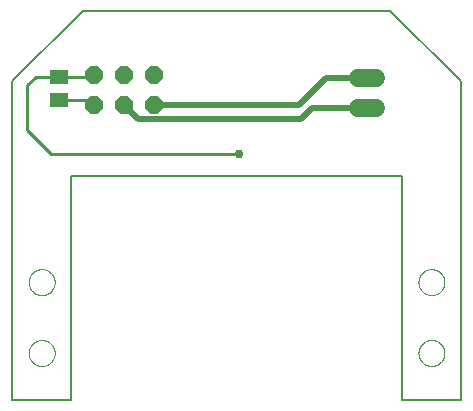
<source format=gtl>
G75*
%MOIN*%
%OFA0B0*%
%FSLAX25Y25*%
%IPPOS*%
%LPD*%
%AMOC8*
5,1,8,0,0,1.08239X$1,22.5*
%
%ADD10C,0.00600*%
%ADD11C,0.00000*%
%ADD12OC8,0.06000*%
%ADD13C,0.06000*%
%ADD14R,0.06299X0.05118*%
%ADD15C,0.02978*%
%ADD16C,0.01000*%
%ADD17C,0.02000*%
D10*
X0001300Y0017048D02*
X0001300Y0123347D01*
X0024922Y0146969D01*
X0127284Y0146969D01*
X0150906Y0123347D01*
X0150906Y0017048D01*
X0131221Y0017048D01*
X0131221Y0091851D01*
X0020985Y0091851D01*
X0020985Y0017048D01*
X0001300Y0017048D01*
D11*
X0006812Y0032796D02*
X0006814Y0032927D01*
X0006820Y0033059D01*
X0006830Y0033190D01*
X0006844Y0033321D01*
X0006862Y0033451D01*
X0006884Y0033580D01*
X0006909Y0033709D01*
X0006939Y0033837D01*
X0006973Y0033964D01*
X0007010Y0034091D01*
X0007051Y0034215D01*
X0007096Y0034339D01*
X0007145Y0034461D01*
X0007197Y0034582D01*
X0007253Y0034700D01*
X0007313Y0034818D01*
X0007376Y0034933D01*
X0007443Y0035046D01*
X0007513Y0035158D01*
X0007586Y0035267D01*
X0007662Y0035373D01*
X0007742Y0035478D01*
X0007825Y0035580D01*
X0007911Y0035679D01*
X0008000Y0035776D01*
X0008092Y0035870D01*
X0008187Y0035961D01*
X0008284Y0036050D01*
X0008384Y0036135D01*
X0008487Y0036217D01*
X0008592Y0036296D01*
X0008699Y0036372D01*
X0008809Y0036444D01*
X0008921Y0036513D01*
X0009035Y0036579D01*
X0009150Y0036641D01*
X0009268Y0036700D01*
X0009387Y0036755D01*
X0009508Y0036807D01*
X0009631Y0036854D01*
X0009755Y0036898D01*
X0009880Y0036939D01*
X0010006Y0036975D01*
X0010134Y0037008D01*
X0010262Y0037036D01*
X0010391Y0037061D01*
X0010521Y0037082D01*
X0010651Y0037099D01*
X0010782Y0037112D01*
X0010913Y0037121D01*
X0011044Y0037126D01*
X0011176Y0037127D01*
X0011307Y0037124D01*
X0011439Y0037117D01*
X0011570Y0037106D01*
X0011700Y0037091D01*
X0011830Y0037072D01*
X0011960Y0037049D01*
X0012088Y0037023D01*
X0012216Y0036992D01*
X0012343Y0036957D01*
X0012469Y0036919D01*
X0012593Y0036877D01*
X0012717Y0036831D01*
X0012838Y0036781D01*
X0012958Y0036728D01*
X0013077Y0036671D01*
X0013194Y0036611D01*
X0013308Y0036547D01*
X0013421Y0036479D01*
X0013532Y0036408D01*
X0013641Y0036334D01*
X0013747Y0036257D01*
X0013851Y0036176D01*
X0013952Y0036093D01*
X0014051Y0036006D01*
X0014147Y0035916D01*
X0014240Y0035823D01*
X0014331Y0035728D01*
X0014418Y0035630D01*
X0014503Y0035529D01*
X0014584Y0035426D01*
X0014662Y0035320D01*
X0014737Y0035212D01*
X0014809Y0035102D01*
X0014877Y0034990D01*
X0014942Y0034876D01*
X0015003Y0034759D01*
X0015061Y0034641D01*
X0015115Y0034521D01*
X0015166Y0034400D01*
X0015213Y0034277D01*
X0015256Y0034153D01*
X0015295Y0034028D01*
X0015331Y0033901D01*
X0015362Y0033773D01*
X0015390Y0033645D01*
X0015414Y0033516D01*
X0015434Y0033386D01*
X0015450Y0033255D01*
X0015462Y0033124D01*
X0015470Y0032993D01*
X0015474Y0032862D01*
X0015474Y0032730D01*
X0015470Y0032599D01*
X0015462Y0032468D01*
X0015450Y0032337D01*
X0015434Y0032206D01*
X0015414Y0032076D01*
X0015390Y0031947D01*
X0015362Y0031819D01*
X0015331Y0031691D01*
X0015295Y0031564D01*
X0015256Y0031439D01*
X0015213Y0031315D01*
X0015166Y0031192D01*
X0015115Y0031071D01*
X0015061Y0030951D01*
X0015003Y0030833D01*
X0014942Y0030716D01*
X0014877Y0030602D01*
X0014809Y0030490D01*
X0014737Y0030380D01*
X0014662Y0030272D01*
X0014584Y0030166D01*
X0014503Y0030063D01*
X0014418Y0029962D01*
X0014331Y0029864D01*
X0014240Y0029769D01*
X0014147Y0029676D01*
X0014051Y0029586D01*
X0013952Y0029499D01*
X0013851Y0029416D01*
X0013747Y0029335D01*
X0013641Y0029258D01*
X0013532Y0029184D01*
X0013421Y0029113D01*
X0013309Y0029045D01*
X0013194Y0028981D01*
X0013077Y0028921D01*
X0012958Y0028864D01*
X0012838Y0028811D01*
X0012717Y0028761D01*
X0012593Y0028715D01*
X0012469Y0028673D01*
X0012343Y0028635D01*
X0012216Y0028600D01*
X0012088Y0028569D01*
X0011960Y0028543D01*
X0011830Y0028520D01*
X0011700Y0028501D01*
X0011570Y0028486D01*
X0011439Y0028475D01*
X0011307Y0028468D01*
X0011176Y0028465D01*
X0011044Y0028466D01*
X0010913Y0028471D01*
X0010782Y0028480D01*
X0010651Y0028493D01*
X0010521Y0028510D01*
X0010391Y0028531D01*
X0010262Y0028556D01*
X0010134Y0028584D01*
X0010006Y0028617D01*
X0009880Y0028653D01*
X0009755Y0028694D01*
X0009631Y0028738D01*
X0009508Y0028785D01*
X0009387Y0028837D01*
X0009268Y0028892D01*
X0009150Y0028951D01*
X0009035Y0029013D01*
X0008921Y0029079D01*
X0008809Y0029148D01*
X0008699Y0029220D01*
X0008592Y0029296D01*
X0008487Y0029375D01*
X0008384Y0029457D01*
X0008284Y0029542D01*
X0008187Y0029631D01*
X0008092Y0029722D01*
X0008000Y0029816D01*
X0007911Y0029913D01*
X0007825Y0030012D01*
X0007742Y0030114D01*
X0007662Y0030219D01*
X0007586Y0030325D01*
X0007513Y0030434D01*
X0007443Y0030546D01*
X0007376Y0030659D01*
X0007313Y0030774D01*
X0007253Y0030892D01*
X0007197Y0031010D01*
X0007145Y0031131D01*
X0007096Y0031253D01*
X0007051Y0031377D01*
X0007010Y0031501D01*
X0006973Y0031628D01*
X0006939Y0031755D01*
X0006909Y0031883D01*
X0006884Y0032012D01*
X0006862Y0032141D01*
X0006844Y0032271D01*
X0006830Y0032402D01*
X0006820Y0032533D01*
X0006814Y0032665D01*
X0006812Y0032796D01*
X0006812Y0056418D02*
X0006814Y0056549D01*
X0006820Y0056681D01*
X0006830Y0056812D01*
X0006844Y0056943D01*
X0006862Y0057073D01*
X0006884Y0057202D01*
X0006909Y0057331D01*
X0006939Y0057459D01*
X0006973Y0057586D01*
X0007010Y0057713D01*
X0007051Y0057837D01*
X0007096Y0057961D01*
X0007145Y0058083D01*
X0007197Y0058204D01*
X0007253Y0058322D01*
X0007313Y0058440D01*
X0007376Y0058555D01*
X0007443Y0058668D01*
X0007513Y0058780D01*
X0007586Y0058889D01*
X0007662Y0058995D01*
X0007742Y0059100D01*
X0007825Y0059202D01*
X0007911Y0059301D01*
X0008000Y0059398D01*
X0008092Y0059492D01*
X0008187Y0059583D01*
X0008284Y0059672D01*
X0008384Y0059757D01*
X0008487Y0059839D01*
X0008592Y0059918D01*
X0008699Y0059994D01*
X0008809Y0060066D01*
X0008921Y0060135D01*
X0009035Y0060201D01*
X0009150Y0060263D01*
X0009268Y0060322D01*
X0009387Y0060377D01*
X0009508Y0060429D01*
X0009631Y0060476D01*
X0009755Y0060520D01*
X0009880Y0060561D01*
X0010006Y0060597D01*
X0010134Y0060630D01*
X0010262Y0060658D01*
X0010391Y0060683D01*
X0010521Y0060704D01*
X0010651Y0060721D01*
X0010782Y0060734D01*
X0010913Y0060743D01*
X0011044Y0060748D01*
X0011176Y0060749D01*
X0011307Y0060746D01*
X0011439Y0060739D01*
X0011570Y0060728D01*
X0011700Y0060713D01*
X0011830Y0060694D01*
X0011960Y0060671D01*
X0012088Y0060645D01*
X0012216Y0060614D01*
X0012343Y0060579D01*
X0012469Y0060541D01*
X0012593Y0060499D01*
X0012717Y0060453D01*
X0012838Y0060403D01*
X0012958Y0060350D01*
X0013077Y0060293D01*
X0013194Y0060233D01*
X0013308Y0060169D01*
X0013421Y0060101D01*
X0013532Y0060030D01*
X0013641Y0059956D01*
X0013747Y0059879D01*
X0013851Y0059798D01*
X0013952Y0059715D01*
X0014051Y0059628D01*
X0014147Y0059538D01*
X0014240Y0059445D01*
X0014331Y0059350D01*
X0014418Y0059252D01*
X0014503Y0059151D01*
X0014584Y0059048D01*
X0014662Y0058942D01*
X0014737Y0058834D01*
X0014809Y0058724D01*
X0014877Y0058612D01*
X0014942Y0058498D01*
X0015003Y0058381D01*
X0015061Y0058263D01*
X0015115Y0058143D01*
X0015166Y0058022D01*
X0015213Y0057899D01*
X0015256Y0057775D01*
X0015295Y0057650D01*
X0015331Y0057523D01*
X0015362Y0057395D01*
X0015390Y0057267D01*
X0015414Y0057138D01*
X0015434Y0057008D01*
X0015450Y0056877D01*
X0015462Y0056746D01*
X0015470Y0056615D01*
X0015474Y0056484D01*
X0015474Y0056352D01*
X0015470Y0056221D01*
X0015462Y0056090D01*
X0015450Y0055959D01*
X0015434Y0055828D01*
X0015414Y0055698D01*
X0015390Y0055569D01*
X0015362Y0055441D01*
X0015331Y0055313D01*
X0015295Y0055186D01*
X0015256Y0055061D01*
X0015213Y0054937D01*
X0015166Y0054814D01*
X0015115Y0054693D01*
X0015061Y0054573D01*
X0015003Y0054455D01*
X0014942Y0054338D01*
X0014877Y0054224D01*
X0014809Y0054112D01*
X0014737Y0054002D01*
X0014662Y0053894D01*
X0014584Y0053788D01*
X0014503Y0053685D01*
X0014418Y0053584D01*
X0014331Y0053486D01*
X0014240Y0053391D01*
X0014147Y0053298D01*
X0014051Y0053208D01*
X0013952Y0053121D01*
X0013851Y0053038D01*
X0013747Y0052957D01*
X0013641Y0052880D01*
X0013532Y0052806D01*
X0013421Y0052735D01*
X0013309Y0052667D01*
X0013194Y0052603D01*
X0013077Y0052543D01*
X0012958Y0052486D01*
X0012838Y0052433D01*
X0012717Y0052383D01*
X0012593Y0052337D01*
X0012469Y0052295D01*
X0012343Y0052257D01*
X0012216Y0052222D01*
X0012088Y0052191D01*
X0011960Y0052165D01*
X0011830Y0052142D01*
X0011700Y0052123D01*
X0011570Y0052108D01*
X0011439Y0052097D01*
X0011307Y0052090D01*
X0011176Y0052087D01*
X0011044Y0052088D01*
X0010913Y0052093D01*
X0010782Y0052102D01*
X0010651Y0052115D01*
X0010521Y0052132D01*
X0010391Y0052153D01*
X0010262Y0052178D01*
X0010134Y0052206D01*
X0010006Y0052239D01*
X0009880Y0052275D01*
X0009755Y0052316D01*
X0009631Y0052360D01*
X0009508Y0052407D01*
X0009387Y0052459D01*
X0009268Y0052514D01*
X0009150Y0052573D01*
X0009035Y0052635D01*
X0008921Y0052701D01*
X0008809Y0052770D01*
X0008699Y0052842D01*
X0008592Y0052918D01*
X0008487Y0052997D01*
X0008384Y0053079D01*
X0008284Y0053164D01*
X0008187Y0053253D01*
X0008092Y0053344D01*
X0008000Y0053438D01*
X0007911Y0053535D01*
X0007825Y0053634D01*
X0007742Y0053736D01*
X0007662Y0053841D01*
X0007586Y0053947D01*
X0007513Y0054056D01*
X0007443Y0054168D01*
X0007376Y0054281D01*
X0007313Y0054396D01*
X0007253Y0054514D01*
X0007197Y0054632D01*
X0007145Y0054753D01*
X0007096Y0054875D01*
X0007051Y0054999D01*
X0007010Y0055123D01*
X0006973Y0055250D01*
X0006939Y0055377D01*
X0006909Y0055505D01*
X0006884Y0055634D01*
X0006862Y0055763D01*
X0006844Y0055893D01*
X0006830Y0056024D01*
X0006820Y0056155D01*
X0006814Y0056287D01*
X0006812Y0056418D01*
X0136733Y0056418D02*
X0136735Y0056549D01*
X0136741Y0056681D01*
X0136751Y0056812D01*
X0136765Y0056943D01*
X0136783Y0057073D01*
X0136805Y0057202D01*
X0136830Y0057331D01*
X0136860Y0057459D01*
X0136894Y0057586D01*
X0136931Y0057713D01*
X0136972Y0057837D01*
X0137017Y0057961D01*
X0137066Y0058083D01*
X0137118Y0058204D01*
X0137174Y0058322D01*
X0137234Y0058440D01*
X0137297Y0058555D01*
X0137364Y0058668D01*
X0137434Y0058780D01*
X0137507Y0058889D01*
X0137583Y0058995D01*
X0137663Y0059100D01*
X0137746Y0059202D01*
X0137832Y0059301D01*
X0137921Y0059398D01*
X0138013Y0059492D01*
X0138108Y0059583D01*
X0138205Y0059672D01*
X0138305Y0059757D01*
X0138408Y0059839D01*
X0138513Y0059918D01*
X0138620Y0059994D01*
X0138730Y0060066D01*
X0138842Y0060135D01*
X0138956Y0060201D01*
X0139071Y0060263D01*
X0139189Y0060322D01*
X0139308Y0060377D01*
X0139429Y0060429D01*
X0139552Y0060476D01*
X0139676Y0060520D01*
X0139801Y0060561D01*
X0139927Y0060597D01*
X0140055Y0060630D01*
X0140183Y0060658D01*
X0140312Y0060683D01*
X0140442Y0060704D01*
X0140572Y0060721D01*
X0140703Y0060734D01*
X0140834Y0060743D01*
X0140965Y0060748D01*
X0141097Y0060749D01*
X0141228Y0060746D01*
X0141360Y0060739D01*
X0141491Y0060728D01*
X0141621Y0060713D01*
X0141751Y0060694D01*
X0141881Y0060671D01*
X0142009Y0060645D01*
X0142137Y0060614D01*
X0142264Y0060579D01*
X0142390Y0060541D01*
X0142514Y0060499D01*
X0142638Y0060453D01*
X0142759Y0060403D01*
X0142879Y0060350D01*
X0142998Y0060293D01*
X0143115Y0060233D01*
X0143229Y0060169D01*
X0143342Y0060101D01*
X0143453Y0060030D01*
X0143562Y0059956D01*
X0143668Y0059879D01*
X0143772Y0059798D01*
X0143873Y0059715D01*
X0143972Y0059628D01*
X0144068Y0059538D01*
X0144161Y0059445D01*
X0144252Y0059350D01*
X0144339Y0059252D01*
X0144424Y0059151D01*
X0144505Y0059048D01*
X0144583Y0058942D01*
X0144658Y0058834D01*
X0144730Y0058724D01*
X0144798Y0058612D01*
X0144863Y0058498D01*
X0144924Y0058381D01*
X0144982Y0058263D01*
X0145036Y0058143D01*
X0145087Y0058022D01*
X0145134Y0057899D01*
X0145177Y0057775D01*
X0145216Y0057650D01*
X0145252Y0057523D01*
X0145283Y0057395D01*
X0145311Y0057267D01*
X0145335Y0057138D01*
X0145355Y0057008D01*
X0145371Y0056877D01*
X0145383Y0056746D01*
X0145391Y0056615D01*
X0145395Y0056484D01*
X0145395Y0056352D01*
X0145391Y0056221D01*
X0145383Y0056090D01*
X0145371Y0055959D01*
X0145355Y0055828D01*
X0145335Y0055698D01*
X0145311Y0055569D01*
X0145283Y0055441D01*
X0145252Y0055313D01*
X0145216Y0055186D01*
X0145177Y0055061D01*
X0145134Y0054937D01*
X0145087Y0054814D01*
X0145036Y0054693D01*
X0144982Y0054573D01*
X0144924Y0054455D01*
X0144863Y0054338D01*
X0144798Y0054224D01*
X0144730Y0054112D01*
X0144658Y0054002D01*
X0144583Y0053894D01*
X0144505Y0053788D01*
X0144424Y0053685D01*
X0144339Y0053584D01*
X0144252Y0053486D01*
X0144161Y0053391D01*
X0144068Y0053298D01*
X0143972Y0053208D01*
X0143873Y0053121D01*
X0143772Y0053038D01*
X0143668Y0052957D01*
X0143562Y0052880D01*
X0143453Y0052806D01*
X0143342Y0052735D01*
X0143230Y0052667D01*
X0143115Y0052603D01*
X0142998Y0052543D01*
X0142879Y0052486D01*
X0142759Y0052433D01*
X0142638Y0052383D01*
X0142514Y0052337D01*
X0142390Y0052295D01*
X0142264Y0052257D01*
X0142137Y0052222D01*
X0142009Y0052191D01*
X0141881Y0052165D01*
X0141751Y0052142D01*
X0141621Y0052123D01*
X0141491Y0052108D01*
X0141360Y0052097D01*
X0141228Y0052090D01*
X0141097Y0052087D01*
X0140965Y0052088D01*
X0140834Y0052093D01*
X0140703Y0052102D01*
X0140572Y0052115D01*
X0140442Y0052132D01*
X0140312Y0052153D01*
X0140183Y0052178D01*
X0140055Y0052206D01*
X0139927Y0052239D01*
X0139801Y0052275D01*
X0139676Y0052316D01*
X0139552Y0052360D01*
X0139429Y0052407D01*
X0139308Y0052459D01*
X0139189Y0052514D01*
X0139071Y0052573D01*
X0138956Y0052635D01*
X0138842Y0052701D01*
X0138730Y0052770D01*
X0138620Y0052842D01*
X0138513Y0052918D01*
X0138408Y0052997D01*
X0138305Y0053079D01*
X0138205Y0053164D01*
X0138108Y0053253D01*
X0138013Y0053344D01*
X0137921Y0053438D01*
X0137832Y0053535D01*
X0137746Y0053634D01*
X0137663Y0053736D01*
X0137583Y0053841D01*
X0137507Y0053947D01*
X0137434Y0054056D01*
X0137364Y0054168D01*
X0137297Y0054281D01*
X0137234Y0054396D01*
X0137174Y0054514D01*
X0137118Y0054632D01*
X0137066Y0054753D01*
X0137017Y0054875D01*
X0136972Y0054999D01*
X0136931Y0055123D01*
X0136894Y0055250D01*
X0136860Y0055377D01*
X0136830Y0055505D01*
X0136805Y0055634D01*
X0136783Y0055763D01*
X0136765Y0055893D01*
X0136751Y0056024D01*
X0136741Y0056155D01*
X0136735Y0056287D01*
X0136733Y0056418D01*
X0136733Y0032796D02*
X0136735Y0032927D01*
X0136741Y0033059D01*
X0136751Y0033190D01*
X0136765Y0033321D01*
X0136783Y0033451D01*
X0136805Y0033580D01*
X0136830Y0033709D01*
X0136860Y0033837D01*
X0136894Y0033964D01*
X0136931Y0034091D01*
X0136972Y0034215D01*
X0137017Y0034339D01*
X0137066Y0034461D01*
X0137118Y0034582D01*
X0137174Y0034700D01*
X0137234Y0034818D01*
X0137297Y0034933D01*
X0137364Y0035046D01*
X0137434Y0035158D01*
X0137507Y0035267D01*
X0137583Y0035373D01*
X0137663Y0035478D01*
X0137746Y0035580D01*
X0137832Y0035679D01*
X0137921Y0035776D01*
X0138013Y0035870D01*
X0138108Y0035961D01*
X0138205Y0036050D01*
X0138305Y0036135D01*
X0138408Y0036217D01*
X0138513Y0036296D01*
X0138620Y0036372D01*
X0138730Y0036444D01*
X0138842Y0036513D01*
X0138956Y0036579D01*
X0139071Y0036641D01*
X0139189Y0036700D01*
X0139308Y0036755D01*
X0139429Y0036807D01*
X0139552Y0036854D01*
X0139676Y0036898D01*
X0139801Y0036939D01*
X0139927Y0036975D01*
X0140055Y0037008D01*
X0140183Y0037036D01*
X0140312Y0037061D01*
X0140442Y0037082D01*
X0140572Y0037099D01*
X0140703Y0037112D01*
X0140834Y0037121D01*
X0140965Y0037126D01*
X0141097Y0037127D01*
X0141228Y0037124D01*
X0141360Y0037117D01*
X0141491Y0037106D01*
X0141621Y0037091D01*
X0141751Y0037072D01*
X0141881Y0037049D01*
X0142009Y0037023D01*
X0142137Y0036992D01*
X0142264Y0036957D01*
X0142390Y0036919D01*
X0142514Y0036877D01*
X0142638Y0036831D01*
X0142759Y0036781D01*
X0142879Y0036728D01*
X0142998Y0036671D01*
X0143115Y0036611D01*
X0143229Y0036547D01*
X0143342Y0036479D01*
X0143453Y0036408D01*
X0143562Y0036334D01*
X0143668Y0036257D01*
X0143772Y0036176D01*
X0143873Y0036093D01*
X0143972Y0036006D01*
X0144068Y0035916D01*
X0144161Y0035823D01*
X0144252Y0035728D01*
X0144339Y0035630D01*
X0144424Y0035529D01*
X0144505Y0035426D01*
X0144583Y0035320D01*
X0144658Y0035212D01*
X0144730Y0035102D01*
X0144798Y0034990D01*
X0144863Y0034876D01*
X0144924Y0034759D01*
X0144982Y0034641D01*
X0145036Y0034521D01*
X0145087Y0034400D01*
X0145134Y0034277D01*
X0145177Y0034153D01*
X0145216Y0034028D01*
X0145252Y0033901D01*
X0145283Y0033773D01*
X0145311Y0033645D01*
X0145335Y0033516D01*
X0145355Y0033386D01*
X0145371Y0033255D01*
X0145383Y0033124D01*
X0145391Y0032993D01*
X0145395Y0032862D01*
X0145395Y0032730D01*
X0145391Y0032599D01*
X0145383Y0032468D01*
X0145371Y0032337D01*
X0145355Y0032206D01*
X0145335Y0032076D01*
X0145311Y0031947D01*
X0145283Y0031819D01*
X0145252Y0031691D01*
X0145216Y0031564D01*
X0145177Y0031439D01*
X0145134Y0031315D01*
X0145087Y0031192D01*
X0145036Y0031071D01*
X0144982Y0030951D01*
X0144924Y0030833D01*
X0144863Y0030716D01*
X0144798Y0030602D01*
X0144730Y0030490D01*
X0144658Y0030380D01*
X0144583Y0030272D01*
X0144505Y0030166D01*
X0144424Y0030063D01*
X0144339Y0029962D01*
X0144252Y0029864D01*
X0144161Y0029769D01*
X0144068Y0029676D01*
X0143972Y0029586D01*
X0143873Y0029499D01*
X0143772Y0029416D01*
X0143668Y0029335D01*
X0143562Y0029258D01*
X0143453Y0029184D01*
X0143342Y0029113D01*
X0143230Y0029045D01*
X0143115Y0028981D01*
X0142998Y0028921D01*
X0142879Y0028864D01*
X0142759Y0028811D01*
X0142638Y0028761D01*
X0142514Y0028715D01*
X0142390Y0028673D01*
X0142264Y0028635D01*
X0142137Y0028600D01*
X0142009Y0028569D01*
X0141881Y0028543D01*
X0141751Y0028520D01*
X0141621Y0028501D01*
X0141491Y0028486D01*
X0141360Y0028475D01*
X0141228Y0028468D01*
X0141097Y0028465D01*
X0140965Y0028466D01*
X0140834Y0028471D01*
X0140703Y0028480D01*
X0140572Y0028493D01*
X0140442Y0028510D01*
X0140312Y0028531D01*
X0140183Y0028556D01*
X0140055Y0028584D01*
X0139927Y0028617D01*
X0139801Y0028653D01*
X0139676Y0028694D01*
X0139552Y0028738D01*
X0139429Y0028785D01*
X0139308Y0028837D01*
X0139189Y0028892D01*
X0139071Y0028951D01*
X0138956Y0029013D01*
X0138842Y0029079D01*
X0138730Y0029148D01*
X0138620Y0029220D01*
X0138513Y0029296D01*
X0138408Y0029375D01*
X0138305Y0029457D01*
X0138205Y0029542D01*
X0138108Y0029631D01*
X0138013Y0029722D01*
X0137921Y0029816D01*
X0137832Y0029913D01*
X0137746Y0030012D01*
X0137663Y0030114D01*
X0137583Y0030219D01*
X0137507Y0030325D01*
X0137434Y0030434D01*
X0137364Y0030546D01*
X0137297Y0030659D01*
X0137234Y0030774D01*
X0137174Y0030892D01*
X0137118Y0031010D01*
X0137066Y0031131D01*
X0137017Y0031253D01*
X0136972Y0031377D01*
X0136931Y0031501D01*
X0136894Y0031628D01*
X0136860Y0031755D01*
X0136830Y0031883D01*
X0136805Y0032012D01*
X0136783Y0032141D01*
X0136765Y0032271D01*
X0136751Y0032402D01*
X0136741Y0032533D01*
X0136735Y0032665D01*
X0136733Y0032796D01*
D12*
X0048662Y0115552D03*
X0048662Y0125552D03*
X0038662Y0125552D03*
X0038662Y0115552D03*
X0028662Y0115552D03*
X0028662Y0125552D03*
D13*
X0116410Y0124410D02*
X0122410Y0124410D01*
X0122410Y0114410D02*
X0116410Y0114410D01*
D14*
X0016859Y0117048D03*
X0016859Y0124922D03*
D15*
X0076800Y0099048D03*
D16*
X0014300Y0099048D01*
X0006300Y0107048D01*
X0006300Y0122048D01*
X0009174Y0124922D01*
X0016859Y0124922D01*
X0028032Y0124922D01*
X0028662Y0125552D01*
X0027166Y0117048D02*
X0028662Y0115552D01*
X0027166Y0117048D02*
X0016859Y0117048D01*
D17*
X0038662Y0115552D02*
X0043262Y0110952D01*
X0097704Y0110952D01*
X0101162Y0114410D01*
X0119410Y0114410D01*
X0119410Y0124410D02*
X0119272Y0124548D01*
X0105800Y0124548D01*
X0096804Y0115552D01*
X0048662Y0115552D01*
M02*

</source>
